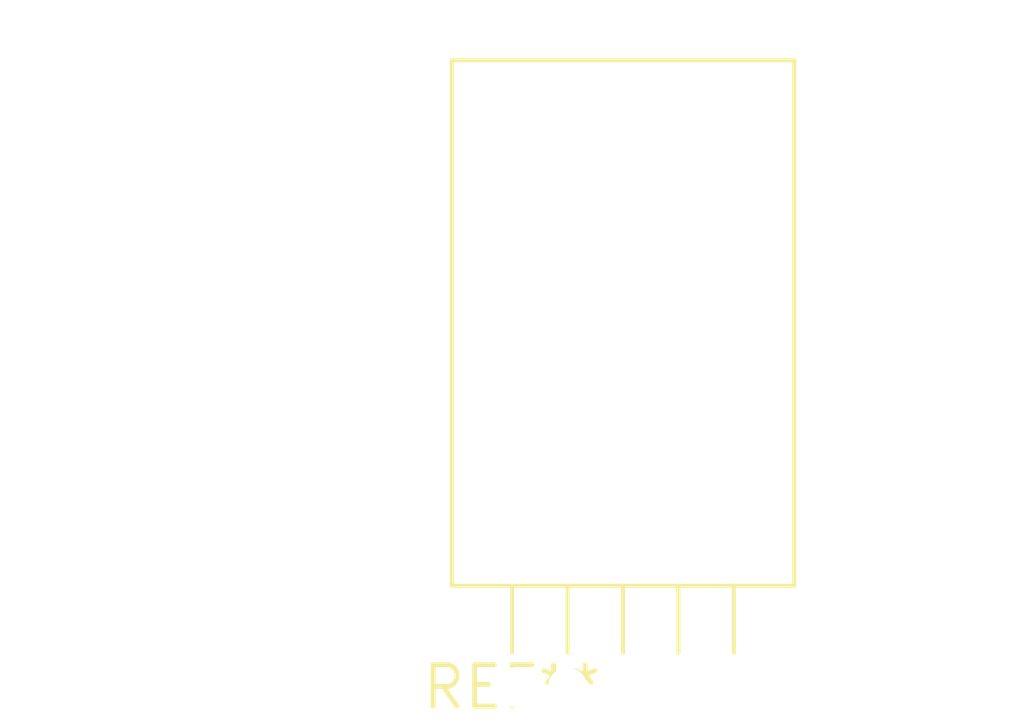
<source format=kicad_pcb>
(kicad_pcb (version 20240108) (generator pcbnew)
  (layers (0 "F.Cu" signal) (31 "B.Cu" signal) (34 "B.Paste" user) (35 "F.Paste" user) (36 "B.SilkS" user "B.Silkscreen") (37 "F.SilkS" user "F.Silkscreen") (38 "B.Mask" user) (39 "F.Mask" user) (44 "Edge.Cuts" user))
  (net 0 "")
  (footprint "TO-220F-5_Horizontal_TabDown" (layer "F.Cu") (at 0 0)
    (property "Reference" "REF**")
    (property "Value" "TO-220F-5_Horizontal_TabDown")
    (fp_line (start -1.85 -19.22) (end -1.85 -3.11) (layer "F.SilkS") (stroke (width 0.12)))
    (fp_line (start -1.85 -19.22) (end 8.65 -19.22) (layer "F.SilkS") (stroke (width 0.12)))
    (fp_line (start -1.85 -3.11) (end 8.65 -3.11) (layer "F.SilkS") (stroke (width 0.12)))
    (fp_line (start 0 -3.11) (end 0 -1.05) (layer "F.SilkS") (stroke (width 0.12)))
    (fp_line (start 1.7 -3.11) (end 1.7 -1.05) (layer "F.SilkS") (stroke (width 0.12)))
    (fp_line (start 3.4 -3.11) (end 3.4 -1.05) (layer "F.SilkS") (stroke (width 0.12)))
    (fp_line (start 5.1 -3.11) (end 5.1 -1.05) (layer "F.SilkS") (stroke (width 0.12)))
    (fp_line (start 6.8 -3.11) (end 6.8 -1.05) (layer "F.SilkS") (stroke (width 0.12)))
    (fp_line (start 8.65 -19.22) (end 8.65 -3.11) (layer "F.SilkS") (stroke (width 0.12)))
    (pad "" np_thru_hole oval (at 3.4 -15.8) (size 3.5 3.5) (drill 3.5) (layers *.Cu *.Mask))
    (pad "1" thru_hole rect (at 0 0) (size 1.275 1.8) (drill 1.2) (layers *.Cu *.Mask) (remove_unused_layers))
    (pad "2" thru_hole oval (at 1.7 0) (size 1.275 1.8) (drill 1.2) (layers *.Cu *.Mask) (remove_unused_layers))
    (pad "3" thru_hole oval (at 3.4 0) (size 1.275 1.8) (drill 1.2) (layers *.Cu *.Mask) (remove_unused_layers))
    (pad "4" thru_hole oval (at 5.1 0) (size 1.275 1.8) (drill 1.2) (layers *.Cu *.Mask) (remove_unused_layers))
    (pad "5" thru_hole oval (at 6.8 0) (size 1.275 1.8) (drill 1.2) (layers *.Cu *.Mask) (remove_unused_layers))
  )
)
</source>
